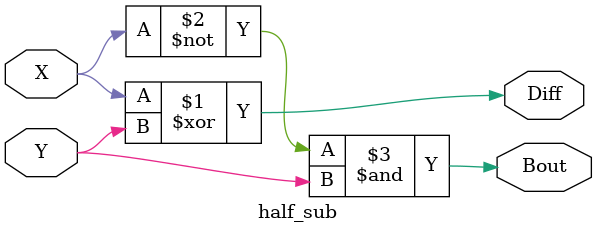
<source format=v>


// Hint: The  Boolean expression for binary half subtractor is 

// Diff = X  XOR Y  and Bout = X' AND Y

module half_sub (
    Diff, Bout, X, Y
);
output Diff;
output Bout;
input X,Y;


//method 1 gate level modelling 
// xor x1(Diff,X,Y);
// and a1(Bout,~X,Y);
//method 2 behavioural modelling
assign Diff = X ^ Y;
assign Bout = (~X) & Y;

endmodule
</source>
